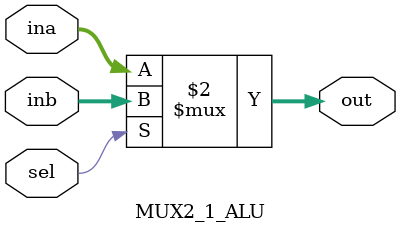
<source format=v>
`timescale 1ns / 1ps


module MUX2_1_ALU(input sel,
                  input [31:0] ina, inb,
                  output [31:0] out);
                  
    assign out = (sel == 0) ? ina : inb;

endmodule

</source>
